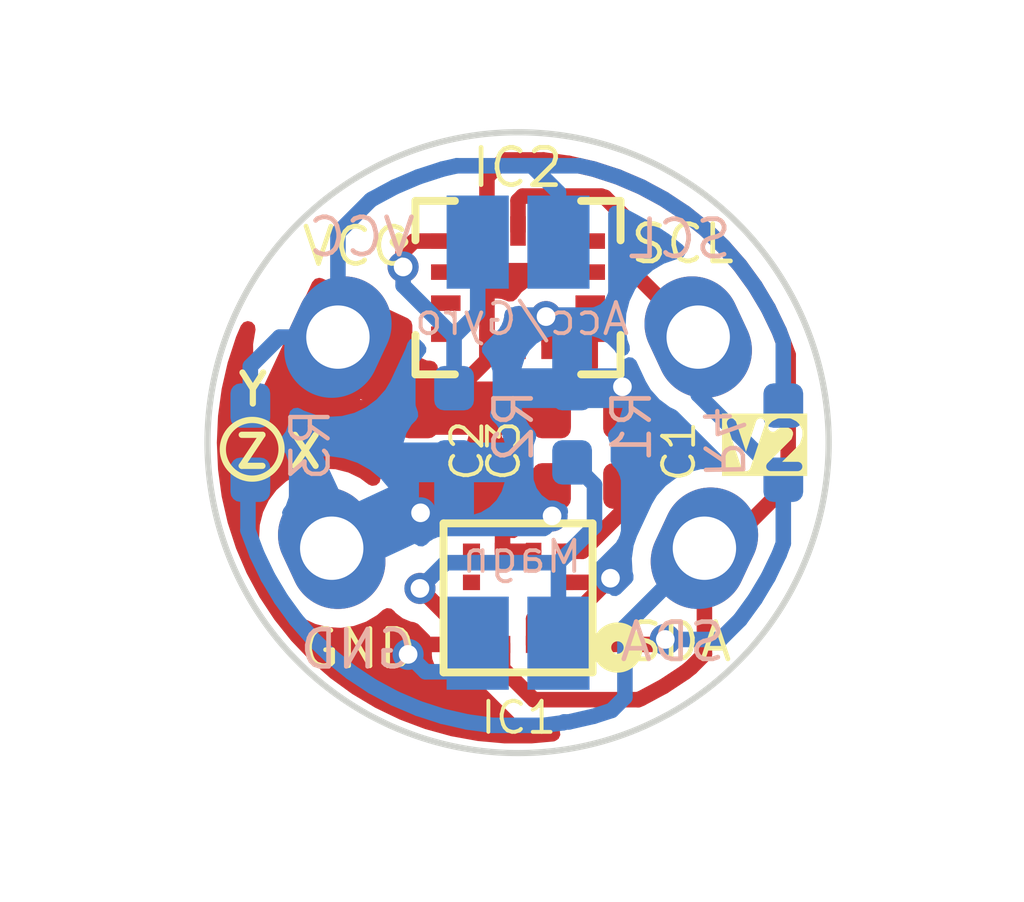
<source format=kicad_pcb>
(kicad_pcb (version 20221018) (generator pcbnew)
  (layers (0 "F.Cu" signal) (31 "B.Cu" signal) (34 "B.Paste" user) (35 "F.Paste" user) (36 "B.SilkS" user "B.Silkscreen") (37 "F.SilkS" user "F.Silkscreen") (38 "B.Mask" user) (39 "F.Mask" user) (44 "Edge.Cuts" user))
  (net 0 "")
  (net 1 "+3.3V")
  (net 2 "GND")
  (net 3 "/SCL")
  (net 4 "Net-(IC1-SDO{slash}SA1)")
  (net 7 "/SDA")
  (net 8 "Net-(IC2-SDO{slash}SA0)")
  (net 9 "Net-(IC1-C1)")
  (footprint "Capacitor_SMD:C_0402_1005Metric_Pad0.74x0.62mm_HandSolder" (layer "F.Cu") (at 129.21 80.54 -90)
    (fp_text reference "C3" (at 0 0.77 90) (layer "F.SilkS") (effects (font (size 0.5 0.5) (thickness 0.0625))))
    (fp_text value "1 uF")
    (pad "1" smd roundrect (at -0.5675 0 270) (size 0.735 0.62) (layers "F.Cu" "F.Paste" "F.Mask") (net 1 "+3.3V"))
    (pad "2" smd roundrect (at 0.5675 0 270) (size 0.735 0.62) (layers "F.Cu" "F.Paste" "F.Mask") (net 2 "GND"))
  )
  (footprint "MasterThesis_library:THT_Small" (layer "F.Cu") (at 131.67 82.11 65)
    (fp_text reference "SDA1" hide)
    (fp_text value "~")
    (pad "1" thru_hole oval (at 0 0 65) (size 2 1.53) (drill 1.02) (layers "*.Cu" "*.Mask") (net 7 "/SDA"))
  )
  (footprint "MasterThesis_library:THT_Small" (layer "F.Cu") (at 131.57 78.71 115)
    (fp_text reference "SCL1" hide)
    (fp_text value "~")
    (pad "1" thru_hole oval (at 0 0 115) (size 2 1.53) (drill 1.02) (layers "*.Cu" "*.Mask") (net 3 "/SCL"))
  )
  (footprint "MasterThesis_library:LSM6DSOXTR" (layer "F.Cu") (at 128.67 77.91)
    (fp_text reference "IC2" (at -0.01 -1.93) (layer "F.SilkS") (effects (font (size 0.6 0.6) (thickness 0.075))))
    (fp_text value "LSM6DSOXTR" hide)
    (fp_text user "." (at -2.4 -0.45) (layer "F.SilkS") (effects (font (size 1.63576 1.63576) (thickness 0.14224)) (justify left bottom)))
    (fp_line (start -1.652 -1.394) (end -1.652 -0.759) (stroke (width 0.127)) (layer "F.SilkS"))
    (fp_line (start -1.652 0.765) (end -1.652 1.4) (stroke (width 0.127)) (layer "F.SilkS"))
    (fp_line (start -1.652 1.4) (end -1.017 1.4) (stroke (width 0.127)) (layer "F.SilkS"))
    (fp_line (start -1.017 -1.394) (end -1.652 -1.394) (stroke (width 0.127)) (layer "F.SilkS"))
    (fp_line (start 1.015 -1.394) (end 1.65 -1.394) (stroke (width 0.127)) (layer "F.SilkS"))
    (fp_line (start 1.015 1.4) (end 1.65 1.4) (stroke (width 0.127)) (layer "F.SilkS"))
    (fp_line (start 1.65 -1.394) (end 1.65 -0.759) (stroke (width 0.127)) (layer "F.SilkS"))
    (fp_line (start 1.65 1.4) (end 1.65 0.765) (stroke (width 0.127)) (layer "F.SilkS"))
    (pad "1" smd rect (at -1.1635 -0.747) (size 0.475 0.25) (layers "F.Cu" "F.Paste" "F.Mask") (net 8 "Net-(IC2-SDO{slash}SA0)"))
    (pad "2" smd rect (at -1.1635 -0.247) (size 0.475 0.25) (layers "F.Cu" "F.Paste" "F.Mask"))
    (pad "3" smd rect (at -1.1635 0.253) (size 0.475 0.25) (layers "F.Cu" "F.Paste" "F.Mask"))
    (pad "4" smd rect (at -1.1635 0.753) (size 0.475 0.25) (layers "F.Cu" "F.Paste" "F.Mask"))
    (pad "5" smd rect (at -0.501 0.9155 90) (size 0.475 0.25) (layers "F.Cu" "F.Paste" "F.Mask") (net 1 "+3.3V"))
    (pad "6" smd rect (at -0.001 0.9155 90) (size 0.475 0.25) (layers "F.Cu" "F.Paste" "F.Mask") (net 2 "GND"))
    (pad "7" smd rect (at 0.499 0.9155 90) (size 0.475 0.25) (layers "F.Cu" "F.Paste" "F.Mask") (net 2 "GND"))
    (pad "8" smd rect (at 1.1615 0.753 180) (size 0.475 0.25) (layers "F.Cu" "F.Paste" "F.Mask") (net 1 "+3.3V"))
    (pad "9" smd rect (at 1.1615 0.253 180) (size 0.475 0.25) (layers "F.Cu" "F.Paste" "F.Mask"))
    (pad "10" smd rect (at 1.1615 -0.247 180) (size 0.475 0.25) (layers "F.Cu" "F.Paste" "F.Mask"))
    (pad "11" smd rect (at 1.1615 -0.747 180) (size 0.475 0.25) (layers "F.Cu" "F.Paste" "F.Mask"))
    (pad "12" smd rect (at 0.499 -0.9095 270) (size 0.475 0.25) (layers "F.Cu" "F.Paste" "F.Mask") (net 1 "+3.3V"))
    (pad "13" smd rect (at -0.001 -0.9095 270) (size 0.475 0.25) (layers "F.Cu" "F.Paste" "F.Mask") (net 3 "/SCL"))
    (pad "14" smd rect (at -0.501 -0.9095 270) (size 0.475 0.25) (layers "F.Cu" "F.Paste" "F.Mask") (net 7 "/SDA"))
  )
  (footprint "Capacitor_SMD:C_0402_1005Metric_Pad0.74x0.62mm_HandSolder" (layer "F.Cu") (at 130.35 80.54 90)
    (fp_text reference "C1" (at -0.01 0.91 90) (layer "F.SilkS") (effects (font (size 0.5 0.5) (thickness 0.0625))))
    (fp_text value "100 nF")
    (pad "1" smd roundrect (at -0.5675 0 90) (size 0.735 0.62) (layers "F.Cu" "F.Paste" "F.Mask") (net 9 "Net-(IC1-C1)"))
    (pad "2" smd roundrect (at 0.5675 0 90) (size 0.735 0.62) (layers "F.Cu" "F.Paste" "F.Mask") (net 2 "GND"))
  )
  (footprint "MasterThesis_library:THT_Small" (layer "F.Cu") (at 125.67 82.11 115)
    (fp_text reference "GND1" hide)
    (fp_text value "~")
    (pad "1" thru_hole oval locked (at 0 0 115) (size 2 1.53) (drill 1.02) (layers "*.Cu" "*.Mask") (net 2 "GND"))
  )
  (footprint "MasterThesis_library:LIS3MDLTR" (layer "F.Cu") (at 128.67 82.91 180)
    (fp_text reference "IC1" (at -0.01 -1.93) (layer "F.SilkS") (effects (font (size 0.5 0.5) (thickness 0.0625))))
    (fp_text value "LIS3MDLTR")
    (fp_line (start -1.2 -1.2) (end 1.2 -1.2) (stroke (width 0.127)) (layer "F.SilkS"))
    (fp_line (start -1.2 1.2) (end -1.2 -1.2) (stroke (width 0.127)) (layer "F.SilkS"))
    (fp_line (start 1.2 -1.2) (end 1.2 1.2) (stroke (width 0.127)) (layer "F.SilkS"))
    (fp_line (start 1.2 1.2) (end -1.2 1.2) (stroke (width 0.127)) (layer "F.SilkS"))
    (fp_circle (center -1.6 -0.8) (end -1.5 -0.8) (stroke (width 0.3048)) (fill none) (layer "F.SilkS"))
    (pad "1" smd rect (at -0.75 -0.75 180) (size 0.275 0.25) (layers "F.Cu" "F.Paste" "F.Mask") (net 3 "/SCL"))
    (pad "2" smd rect (at -0.75 -0.25 180) (size 0.275 0.25) (layers "F.Cu" "F.Paste" "F.Mask") (net 2 "GND"))
    (pad "3" smd rect (at -0.75 0.25 180) (size 0.275 0.25) (layers "F.Cu" "F.Paste" "F.Mask") (net 2 "GND"))
    (pad "4" smd rect (at -0.75 0.75 180) (size 0.275 0.25) (layers "F.Cu" "F.Paste" "F.Mask") (net 9 "Net-(IC1-C1)"))
    (pad "5" smd rect (at -0.25 0.75 270) (size 0.275 0.25) (layers "F.Cu" "F.Paste" "F.Mask") (net 1 "+3.3V"))
    (pad "6" smd rect (at 0.25 0.75 270) (size 0.275 0.25) (layers "F.Cu" "F.Paste" "F.Mask") (net 1 "+3.3V"))
    (pad "7" smd rect (at 0.75 0.75) (size 0.275 0.25) (layers "F.Cu" "F.Paste" "F.Mask"))
    (pad "8" smd rect (at 0.75 0.25) (size 0.275 0.25) (layers "F.Cu" "F.Paste" "F.Mask"))
    (pad "9" smd rect (at 0.75 -0.25) (size 0.275 0.25) (layers "F.Cu" "F.Paste" "F.Mask") (net 4 "Net-(IC1-SDO{slash}SA1)"))
    (pad "10" smd rect (at 0.75 -0.75) (size 0.275 0.25) (layers "F.Cu" "F.Paste" "F.Mask") (net 1 "+3.3V"))
    (pad "11" smd rect (at 0.25 -0.75 90) (size 0.275 0.25) (layers "F.Cu" "F.Paste" "F.Mask") (net 7 "/SDA"))
    (pad "12" smd rect (at -0.25 -0.75 90) (size 0.275 0.25) (layers "F.Cu" "F.Paste" "F.Mask") (net 2 "GND"))
  )
  (footprint "MasterThesis_library:THT_Small" (layer "F.Cu") (at 125.77 78.71 65)
    (fp_text reference "3.3V1" hide)
    (fp_text value "~")
    (pad "1" thru_hole oval (at 0 0 65) (size 2 1.53) (drill 1.02) (layers "*.Cu" "*.Mask") (net 1 "+3.3V"))
  )
  (footprint "Capacitor_SMD:C_0402_1005Metric_Pad0.74x0.62mm_HandSolder" (layer "F.Cu") (at 127.07 80.54 -90)
    (fp_text reference "C2" (at 0 -0.78 90) (layer "F.SilkS") (effects (font (size 0.5 0.5) (thickness 0.0625))))
    (fp_text value "100 nF")
    (pad "1" smd roundrect (at -0.5675 0 270) (size 0.735 0.62) (layers "F.Cu" "F.Paste" "F.Mask") (net 1 "+3.3V"))
    (pad "2" smd roundrect (at 0.5675 0 270) (size 0.735 0.62) (layers "F.Cu" "F.Paste" "F.Mask") (net 2 "GND"))
  )
  (footprint "Jumper:SolderJumper-2_P1.3mm_Open_Pad1.0x1.5mm" (layer "B.Cu") (at 128.67 77.18 180)
    (fp_text reference "JP2" hide)
    (fp_text value "Jumper_2_Open")
    (pad "1" smd rect locked (at -0.65 0 180) (size 1 1.5) (layers "B.Cu" "B.Mask") (net 1 "+3.3V"))
    (pad "2" smd rect locked (at 0.65 0 180) (size 1 1.5) (layers "B.Cu" "B.Mask") (net 8 "Net-(IC2-SDO{slash}SA0)"))
  )
  (footprint "Resistor_SMD:R_0402_1005Metric_Pad0.72x0.64mm_HandSolder" (layer "B.Cu") (at 129.54 80.13 90)
    (fp_text reference "R1" (at -0.01 0.96 270) (layer "B.SilkS") (effects (font (size 0.6 0.6) (thickness 0.075)) (justify mirror)))
    (fp_text value "10k")
    (pad "1" smd roundrect locked (at -0.5975 0 90) (size 0.715 0.64) (layers "B.Cu" "B.Paste" "B.Mask") (net 4 "Net-(IC1-SDO{slash}SA1)"))
    (pad "2" smd roundrect locked (at 0.5975 0 90) (size 0.715 0.64) (layers "B.Cu" "B.Paste" "B.Mask") (net 2 "GND"))
  )
  (footprint "Jumper:SolderJumper-2_P1.3mm_Open_Pad1.0x1.5mm" (layer "B.Cu") (at 128.67 83.64)
    (fp_text reference "JP1" hide)
    (fp_text value "Jumper_2_Open")
    (pad "1" smd rect (at -0.65 0) (size 1 1.5) (layers "B.Cu" "B.Mask") (net 1 "+3.3V"))
    (pad "2" smd rect (at 0.65 0) (size 1 1.5) (layers "B.Cu" "B.Mask") (net 4 "Net-(IC1-SDO{slash}SA1)"))
  )
  (footprint "Resistor_SMD:R_0402_1005Metric_Pad0.72x0.64mm_HandSolder" (layer "B.Cu") (at 132.94 80.41 -90)
    (fp_text reference "R4" (at -0.01 0.98 91) (layer "B.SilkS") (effects (font (size 0.6 0.6) (thickness 0.07)) (justify mirror)))
    (fp_text value "1.9k")
    (pad "1" smd roundrect (at -0.5975 0 270) (size 0.715 0.64) (layers "B.Cu" "B.Paste" "B.Mask") (net 1 "+3.3V"))
    (pad "2" smd roundrect (at 0.5975 0 270) (size 0.715 0.64) (layers "B.Cu" "B.Paste" "B.Mask") (net 3 "/SCL"))
  )
  (footprint "Resistor_SMD:R_0402_1005Metric_Pad0.72x0.64mm_HandSolder" (layer "B.Cu") (at 127.64 80.13 -90)
    (fp_text reference "R2" (at 0.01 -0.96 -90) (layer "B.SilkS") (effects (font (size 0.6 0.6) (thickness 0.075)) (justify mirror)))
    (fp_text value "10k")
    (pad "1" smd roundrect locked (at -0.5975 0 270) (size 0.715 0.64) (layers "B.Cu" "B.Paste" "B.Mask") (net 8 "Net-(IC2-SDO{slash}SA0)"))
    (pad "2" smd roundrect locked (at 0.5975 0 270) (size 0.715 0.64) (layers "B.Cu" "B.Paste" "B.Mask") (net 2 "GND"))
  )
  (footprint "Resistor_SMD:R_0402_1005Metric_Pad0.72x0.64mm_HandSolder" (layer "B.Cu") (at 124.36 80.41 -90)
    (fp_text reference "R3" (at 0.03 -0.97 90) (layer "B.SilkS") (effects (font (size 0.6 0.6) (thickness 0.07)) (justify mirror)))
    (fp_text value "1.9k")
    (pad "1" smd roundrect (at -0.5975 0 270) (size 0.715 0.64) (layers "B.Cu" "B.Paste" "B.Mask") (net 1 "+3.3V"))
    (pad "2" smd roundrect (at 0.5975 0 270) (size 0.715 0.64) (layers "B.Cu" "B.Paste" "B.Mask") (net 7 "/SDA"))
  )
  (gr_circle (center 124.39 80.5165) (end 124.86 80.4665) (stroke (width 0.1)) (fill none) (layer "F.SilkS"))
  (gr_circle locked (center 128.67 80.41) (end 133.67 80.41) (stroke (width 0.1)) (fill none) (layer "Edge.Cuts"))
  (gr_text "GND" (at 127.04 84.09) (layer "B.SilkS") (effects (font (size 0.6 0.6) (thickness 0.075)) (justify left bottom mirror)))
  (gr_text "SDA" (at 132.05 83.97) (layer "B.SilkS") (effects (font (size 0.6 0.6) (thickness 0.075)) (justify left bottom mirror)))
  (gr_text "Acc/Gyro" (at 130.5 78.71) (layer "B.SilkS") (effects (font (size 0.5 0.5) (thickness 0.0625)) (justify left bottom mirror)))
  (gr_text "Magn" (at 129.734286 82.54) (layer "B.SilkS") (effects (font (size 0.5 0.5) (thickness 0.0625)) (justify left bottom mirror)))
  (gr_text "SCL" (at 132.15 77.48) (layer "B.SilkS") (effects (font (size 0.6 0.6) (thickness 0.075)) (justify left bottom mirror)))
  (gr_text "VCC" (at 127.06 77.45) (layer "B.SilkS") (effects (font (size 0.6 0.6) (thickness 0.075)) (justify left bottom mirror)))
  (gr_text "GND" (at 125.15 84.08) (layer "F.SilkS") (effects (font (size 0.6 0.6) (thickness 0.075)) (justify left bottom)))
  (gr_text "X" (at 124.94 80.85) (layer "F.SilkS") (effects (font (size 0.5 0.5) (thickness 0.1)) (justify left bottom)))
  (gr_text "VCC" (at 125.15 77.6) (layer "F.SilkS") (effects (font (size 0.6 0.6) (thickness 0.075)) (justify left bottom)))
  (gr_text "SDA" (at 130.37 83.97) (layer "F.SilkS") (effects (font (size 0.6 0.6) (thickness 0.075)) (justify left bottom)))
  (gr_text "Z" (at 124.084286 80.85) (layer "F.SilkS") (effects (font (size 0.5 0.5) (thickness 0.1)) (justify left bottom)))
  (gr_text "SCL" (at 130.44 77.56) (layer "F.SilkS") (effects (font (size 0.6 0.6) (thickness 0.075)) (justify left bottom)))
  (gr_text "V2" (at 131.94 80.88725) (layer "F.SilkS" knockout) (effects (font (size 0.7 0.7)) (justify left bottom)))
  (gr_text "Y" (at 124.12 79.8465) (layer "F.SilkS") (effects (font (size 0.5 0.5) (thickness 0.1)) (justify left bottom)))
  (segment (start 126.1375 79.9725) (end 125.95 80.16) (width 0.5) (layer "F.Cu") (net 1))
  (segment (start 128.169 79.081) (end 128.169 78.8255) (width 0.25) (layer "F.Cu") (net 1))
  (segment (start 129.042 77.64) (end 128.36 77.64) (width 0.25) (layer "F.Cu") (net 1))
  (segment (start 129.169 77.513) (end 129.042 77.64) (width 0.25) (layer "F.Cu") (net 1))
  (segment (start 127.06 83.66) (end 126.9 83.82) (width 0.25) (layer "F.Cu") (net 1))
  (segment (start 127.07 79.9725) (end 126.1375 79.9725) (width 0.5) (layer "F.Cu") (net 1))
  (segment (start 127.7 79.55) (end 128.169 79.081) (width 0.25) (layer "F.Cu") (net 1))
  (segment (start 128.36 77.64) (end 128.169 77.831) (width 0.25) (layer "F.Cu") (net 1))
  (segment (start 128.425 80.515) (end 127.8825 79.9725) (width 0.25) (layer "F.Cu") (net 1))
  (segment (start 129.8315 78.663) (end 129.8315 79.1755) (width 0.25) (layer "F.Cu") (net 1))
  (segment (start 127.8825 79.9725) (end 127.07 79.9725) (width 0.25) (layer "F.Cu") (net 1))
  (segment (start 126.61 79.55) (end 125.77 78.71) (width 0.25) (layer "F.Cu") (net 1))
  (segment (start 128.545 82.16) (end 128.92 82.16) (width 0.25) (layer "F.Cu") (net 1))
  (segment (start 128.425 80.515) (end 128.42 80.52) (width 0.25) (layer "F.Cu") (net 1))
  (segment (start 128.169 77.831) (end 128.169 78.8255) (width 0.25) (layer "F.Cu") (net 1))
  (segment (start 128.42 80.52) (end 128.42 82.16) (width 0.25) (layer "F.Cu") (net 1))
  (segment (start 128.425 80.515) (end 128.9675 79.9725) (width 0.25) (layer "F.Cu") (net 1))
  (segment (start 129.8315 79.1755) (end 129.457 79.55) (width 0.25) (layer "F.Cu") (net 1))
  (segment (start 129.169 77.0005) (end 129.169 77.513) (width 0.25) (layer "F.Cu") (net 1))
  (segment (start 128.9675 79.9725) (end 129.21 79.9725) (width 0.25) (layer "F.Cu") (net 1))
  (segment (start 129.457 79.55) (end 126.61 79.55) (width 0.25) (layer "F.Cu") (net 1))
  (segment (start 127.92 83.66) (end 127.06 83.66) (width 0.25) (layer "F.Cu") (net 1))
  (via (at 126.9 83.82) (size 0.5) (drill 0.3) (layers "F.Cu" "B.Cu") (net 1))
  (segment (start 125.77 77.03) (end 125.77 78.71) (width 0.25) (layer "B.Cu") (net 1))
  (segment (start 127.684458 75.95) (end 127.453662 76.002678) (width 0.25) (layer "B.Cu") (net 1))
  (segment (start 129.32 77.18) (end 129.32 76.38) (width 0.25) (layer "B.Cu") (net 1))
  (segment (start 128.02 83.64) (end 127.56 84.1) (width 0.25) (layer "B.Cu") (net 1))
  (segment (start 131.974684 77.250405) (end 131.678151 76.966891) (width 0.25) (layer "B.Cu") (net 1))
  (segment (start 129.886338 76.002678) (end 129.655542 75.95) (width 0.25) (layer "B.Cu") (net 1))
  (segment (start 132.94 79.8125) (end 132.94 78.788484) (width 0.25) (layer "B.Cu") (net 1))
  (segment (start 131.015016 76.485096) (end 130.653754 76.290692) (width 0.25) (layer "B.Cu") (net 1))
  (segment (start 131.35741 76.711108) (end 131.015016 76.485096) (width 0.25) (layer "B.Cu") (net 1))
  (segment (start 126.324984 76.485096) (end 126.295329 76.504671) (width 0.25) (layer "B.Cu") (net 1))
  (segment (start 128.89 75.95) (end 127.684458 75.95) (width 0.25) (layer "B.Cu") (net 1))
  (segment (start 132.696158 78.243431) (end 132.485741 77.891251) (width 0.25) (layer "B.Cu") (net 1))
  (segment (start 126.295329 76.504671) (end 125.77 77.03) (width 0.25) (layer "B.Cu") (net 1))
  (segment (start 127.56 84.1) (end 127.18 84.1) (width 0.25) (layer "B.Cu") (net 1))
  (segment (start 132.94 78.788484) (end 132.874162 78.613059) (width 0.25) (layer "B.Cu") (net 1))
  (segment (start 129.32 76.38) (end 128.89 75.95) (width 0.25) (layer "B.Cu") (net 1))
  (segment (start 126.686246 76.290692) (end 126.324984 76.485096) (width 0.25) (layer "B.Cu") (net 1))
  (segment (start 127.453662 76.002678) (end 127.063479 76.129455) (width 0.25) (layer "B.Cu") (net 1))
  (segment (start 124.36 79.8125) (end 124.36 79.18) (width 0.25) (layer "B.Cu") (net 1))
  (segment (start 130.653754 76.290692) (end 130.276521 76.129455) (width 0.25) (layer "B.Cu") (net 1))
  (segment (start 127.18 84.1) (end 126.9 83.82) (width 0.25) (layer "B.Cu") (net 1))
  (segment (start 124.36 79.18) (end 124.83 78.71) (width 0.25) (layer "B.Cu") (net 1))
  (segment (start 130.276521 76.129455) (end 129.886338 76.002678) (width 0.25) (layer "B.Cu") (net 1))
  (segment (start 124.83 78.71) (end 125.77 78.71) (width 0.25) (layer "B.Cu") (net 1))
  (segment (start 127.063479 76.129455) (end 126.686246 76.290692) (width 0.25) (layer "B.Cu") (net 1))
  (segment (start 129.655542 75.95) (end 128.89 75.95) (width 0.25) (layer "B.Cu") (net 1))
  (segment (start 131.678151 76.966891) (end 131.35741 76.711108) (width 0.25) (layer "B.Cu") (net 1))
  (segment (start 132.244599 77.559347) (end 131.974684 77.250405) (width 0.25) (layer "B.Cu") (net 1))
  (segment (start 132.485741 77.891251) (end 132.244599 77.559347) (width 0.25) (layer "B.Cu") (net 1))
  (segment (start 132.874162 78.613059) (end 132.696158 78.243431) (width 0.25) (layer "B.Cu") (net 1))
  (segment (start 128.92 83.66) (end 128.92 83.2475) (width 0.25) (layer "F.Cu") (net 2))
  (segment (start 130.157963 82.593634) (end 130.091597 82.66) (width 0.25) (layer "F.Cu") (net 2))
  (segment (start 129.0075 83.16) (end 129.42 83.16) (width 0.25) (layer "F.Cu") (net 2))
  (segment (start 130.157963 82.593634) (end 129.591597 83.16) (width 0.25) (layer "F.Cu") (net 2))
  (segment (start 129.12 78.379502) (end 129.169 78.428502) (width 0.25) (layer "F.Cu") (net 2))
  (segment (start 129.114998 78.379502) (end 128.669 78.8255) (width 0.25) (layer "F.Cu") (net 2))
  (segment (start 129.591597 83.16) (end 129.42 83.16) (width 0.25) (layer "F.Cu") (net 2))
  (segment (start 130.091597 82.66) (end 129.42 82.66) (width 0.25) (layer "F.Cu") (net 2))
  (segment (start 129.12 78.379502) (end 129.114998 78.379502) (width 0.25) (layer "F.Cu") (net 2))
  (segment (start 128.92 83.2475) (end 129.0075 83.16) (width 0.25) (layer "F.Cu") (net 2))
  (segment (start 129.169 78.428502) (end 129.169 78.8255) (width 0.25) (layer "F.Cu") (net 2))
  (via (at 127.1 81.54) (size 0.5) (drill 0.3) (layers "F.Cu" "B.Cu") (net 2))
  (via (at 130.157963 82.593634) (size 0.5) (drill 0.3) (layers "F.Cu" "B.Cu") (net 2))
  (via (at 130.35 79.51) (size 0.5) (drill 0.3) (layers "F.Cu" "B.Cu") (net 2))
  (via (at 129.12 78.379502) (size 0.5) (drill 0.3) (layers "F.Cu" "B.Cu") (net 2))
  (via (at 129.217563 81.590214) (size 0.5) (drill 0.3) (layers "F.Cu" "B.Cu") (net 2))
  (segment (start 130.96 83.66) (end 131.04 83.58) (width 0.25) (layer "F.Cu") (net 3))
  (segment (start 130.545 77.685) (end 131.57 78.71) (width 0.25) (layer "F.Cu") (net 3))
  (segment (start 128.669 77.0005) (end 128.669 76.513) (width 0.25) (layer "F.Cu") (net 3))
  (segment (start 130.545 76.935) (end 130.545 77.685) (width 0.25) (layer "F.Cu") (net 3))
  (segment (start 128.744 76.438) (end 130.006125 76.438) (width 0.25) (layer "F.Cu") (net 3))
  (segment (start 130.068154 76.458154) (end 130.545 76.935) (width 0.25) (layer "F.Cu") (net 3))
  (segment (start 128.669 76.513) (end 128.744 76.438) (width 0.25) (layer "F.Cu") (net 3))
  (segment (start 129.42 83.66) (end 130.96 83.66) (width 0.25) (layer "F.Cu") (net 3))
  (segment (start 130.006125 76.438) (end 130.068154 76.458154) (width 0.25) (layer "F.Cu") (net 3))
  (via (at 131.04 83.58) (size 0.5) (drill 0.3) (layers "F.Cu" "B.Cu") (net 3))
  (segment (start 132.874162 82.206941) (end 132.696158 82.576569) (width 0.25) (layer "B.Cu") (net 3))
  (segment (start 131.925252 83.58) (end 131.04 83.58) (width 0.25) (layer "B.Cu") (net 3))
  (segment (start 132.94 81.0075) (end 132.94 82.031516) (width 0.25) (layer "B.Cu") (net 3))
  (segment (start 131.57 79.6375) (end 132.94 81.0075) (width 0.25) (layer "B.Cu") (net 3))
  (segment (start 131.57 78.71) (end 131.57 79.6375) (width 0.25) (layer "B.Cu") (net 3))
  (segment (start 132.244599 83.260653) (end 131.925252 83.58) (width 0.25) (layer "B.Cu") (net 3))
  (segment (start 132.696158 82.576569) (end 132.485741 82.928749) (width 0.25) (layer "B.Cu") (net 3))
  (segment (start 132.485741 82.928749) (end 132.244599 83.260653) (width 0.25) (layer "B.Cu") (net 3))
  (segment (start 132.94 82.031516) (end 132.874162 82.206941) (width 0.25) (layer "B.Cu") (net 3))
  (segment (start 127.492568 83.16) (end 127.92 83.16) (width 0.25) (layer "F.Cu") (net 4))
  (segment (start 127.090376 82.757808) (end 127.492568 83.16) (width 0.25) (layer "F.Cu") (net 4))
  (via (at 127.090376 82.757808) (size 0.5) (drill 0.3) (layers "F.Cu" "B.Cu") (net 4))
  (segment (start 129.32 82.343377) (end 129.9 81.763377) (width 0.25) (layer "B.Cu") (net 4))
  (segment (start 129.32 83.64) (end 129.32 82.343377) (width 0.25) (layer "B.Cu") (net 4))
  (segment (start 129.9 81.763377) (end 129.9 81.0875) (width 0.25) (layer "B.Cu") (net 4))
  (segment (start 129.32 82.343377) (end 127.504807 82.343377) (width 0.25) (layer "B.Cu") (net 4))
  (segment (start 127.504807 82.343377) (end 127.090376 82.757808) (width 0.25) (layer "B.Cu") (net 4))
  (segment (start 129.9 81.0875) (end 129.54 80.7275) (width 0.25) (layer "B.Cu") (net 4))
  (segment (start 131.015016 84.334904) (end 131.35741 84.108892) (width 0.25) (layer "F.Cu") (net 7))
  (segment (start 129.886338 76.002678) (end 130.276521 76.129455) (width 0.25) (layer "F.Cu") (net 7))
  (segment (start 130.653754 84.529308) (end 131.015016 84.334904) (width 0.25) (layer "F.Cu") (net 7))
  (segment (start 128.169 77.0005) (end 128.169 76.131) (width 0.25) (layer "F.Cu") (net 7))
  (segment (start 132.244599 77.559347) (end 132.485741 77.891251) (width 0.25) (layer "F.Cu") (net 7))
  (segment (start 131.35741 76.711108) (end 131.678151 76.966891) (width 0.25) (layer "F.Cu") (net 7))
  (segment (start 132.874162 78.613059) (end 133.018312 78.997146) (width 0.25) (layer "F.Cu") (net 7))
  (segment (start 130.653754 76.290692) (end 131.015016 76.485096) (width 0.25) (layer "F.Cu") (net 7))
  (segment (start 128.42 83.66) (end 128.42 84.0475) (width 0.25) (layer "F.Cu") (net 7))
  (segment (start 132.485741 77.891251) (end 132.696158 78.243431) (width 0.25) (layer "F.Cu") (net 7))
  (segment (start 129.486372 75.911388) (end 129.886338 76.002678) (width 0.25) (layer "F.Cu") (net 7))
  (segment (start 128.44368 75.85632) (end 129.079843 75.85632) (width 0.25) (layer "F.Cu") (net 7))
  (segment (start 133.018312 78.997146) (end 133.018312 81.073985) (width 0.25) (layer "F.Cu") (net 7))
  (segment (start 128.9225 84.55) (end 130.605343 84.55) (width 0.25) (layer "F.Cu") (net 7))
  (segment (start 132.696158 78.243431) (end 132.874162 78.613059) (width 0.25) (layer "F.Cu") (net 7))
  (segment (start 128.42 84.0475) (end 128.9225 84.55) (width 0.25) (layer "F.Cu") (net 7))
  (segment (start 131.015016 76.485096) (end 131.35741 76.711108) (width 0.25) (layer "F.Cu") (net 7))
  (segment (start 131.452697 84.032903) (end 131.67 83.8156) (width 0.25) (layer "F.Cu") (net 7))
  (segment (start 131.67 83.8156) (end 131.67 82.11) (width 0.25) (layer "F.Cu") (net 7))
  (segment (start 133.018312 81.073985) (end 131.982297 82.11) (width 0.25) (layer "F.Cu") (net 7))
  (segment (start 130.276521 76.129455) (end 130.653754 76.290692) (width 0.25) (layer "F.Cu") (net 7))
  (segment (start 131.35741 84.108892) (end 131.452697 84.032903) (width 0.25) (layer "F.Cu") (net 7))
  (segment (start 130.605343 84.55) (end 130.653754 84.529308) (width 0.25) (layer "F.Cu") (net 7))
  (segment (start 128.169 76.131) (end 128.44368 75.85632) (width 0.25) (layer "F.Cu") (net 7))
  (segment (start 131.974684 77.250405) (end 132.244599 77.559347) (width 0.25) (layer "F.Cu") (net 7))
  (segment (start 129.079843 75.85632) (end 129.486372 75.911388) (width 0.25) (layer "F.Cu") (net 7))
  (segment (start 131.678151 76.966891) (end 131.974684 77.250405) (width 0.25) (layer "F.Cu") (net 7))
  (segment (start 131.982297 82.11) (end 131.67 82.11) (width 0.25) (layer "F.Cu") (net 7))
  (segment (start 127.853628 84.908612) (end 127.453662 84.817322) (width 0.25) (layer "B.Cu") (net 7))
  (segment (start 125.095401 83.260653) (end 124.854259 82.928749) (width 0.25) (layer "B.Cu") (net 7))
  (segment (start 131.67 82.11) (end 131.6544 82.11) (width 0.25) (layer "B.Cu") (net 7))
  (segment (start 124.465838 82.206941) (end 124.321688 81.822854) (width 0.25) (layer "B.Cu") (net 7))
  (segment (start 131.6544 82.11) (end 130.39 83.3744) (width 0.25) (layer "B.Cu") (net 7))
  (segment (start 125.365316 83.569595) (end 125.095401 83.260653) (width 0.25) (layer "B.Cu") (net 7))
  (segment (start 130.39 84.51) (end 130.177176 84.722824) (width 0.25) (layer "B.Cu") (net 7))
  (segment (start 127.453662 84.817322) (end 127.063479 84.690545) (width 0.25) (layer "B.Cu") (net 7))
  (segment (start 126.324984 84.334904) (end 125.98259 84.108892) (width 0.25) (layer "B.Cu") (net 7))
  (segment (start 129.886338 84.817322) (end 129.486372 84.908612) (width 0.25) (layer "B.Cu") (net 7))
  (segment (start 124.321688 81.045812) (end 124.36 81.0075) (width 0.25) (layer "B.Cu") (net 7))
  (segment (start 129.486372 84.908612) (end 129.411388 84.908612) (width 0.25) (layer "B.Cu") (net 7))
  (segment (start 124.321688 81.822854) (end 124.321688 81.045812) (width 0.25) (layer "B.Cu") (net 7))
  (segment (start 127.063479 84.690545) (end 126.686246 84.529308) (width 0.25) (layer "B.Cu") (net 7))
  (segment (start 125.98259 84.108892) (end 125.661849 83.853109) (width 0.25) (layer "B.Cu") (net 7))
  (segment (start 129.079843 84.96368) (end 128.260157 84.96368) (width 0.25) (layer "B.Cu") (net 7))
  (segment (start 125.661849 83.853109) (end 125.365316 83.569595) (width 0.25) (layer "B.Cu") (net 7))
  (segment (start 130.39 83.3744) (end 130.39 84.51) (width 0.25) (layer "B.Cu") (net 7))
  (segment (start 129.411388 84.908612) (end 129.399639 84.920361) (width 0.25) (layer "B.Cu") (net 7))
  (segment (start 129.399639 84.920361) (end 129.079843 84.96368) (width 0.25) (layer "B.Cu") (net 7))
  (segment (start 124.854259 82.928749) (end 124.643842 82.576569) (width 0.25) (layer "B.Cu") (net 7))
  (segment (start 128.260157 84.96368) (end 127.853628 84.908612) (width 0.25) (layer "B.Cu") (net 7))
  (segment (start 130.177176 84.722824) (end 129.886338 84.817322) (width 0.25) (layer "B.Cu") (net 7))
  (segment (start 124.643842 82.576569) (end 124.465838 82.206941) (width 0.25) (layer "B.Cu") (net 7))
  (segment (start 126.686246 84.529308) (end 126.324984 84.334904) (width 0.25) (layer "B.Cu") (net 7))
  (segment (start 126.819498 77.58) (end 126.819498 77.337502) (width 0.25) (layer "F.Cu") (net 8))
  (segment (start 126.994 77.163) (end 127.5065 77.163) (width 0.25) (layer "F.Cu") (net 8))
  (segment (start 126.819498 77.337502) (end 126.994 77.163) (width 0.25) (layer "F.Cu") (net 8))
  (via (at 126.819498 77.58) (size 0.5) (drill 0.3) (layers "F.Cu" "B.Cu") (net 8))
  (segment (start 128.02 78.32) (end 128.02 77.18) (width 0.25) (layer "B.Cu") (net 8))
  (segment (start 126.819498 77.58) (end 126.819498 77.879498) (width 0.25) (layer "B.Cu") (net 8))
  (segment (start 126.819498 77.879498) (end 127.64 78.7) (width 0.25) (layer "B.Cu") (net 8))
  (segment (start 127.64 79.5325) (end 127.64 78.7) (width 0.25) (layer "B.Cu") (net 8))
  (segment (start 127.64 78.7) (end 128.02 78.32) (width 0.25) (layer "B.Cu") (net 8))
  (segment (start 129.7044 82.16) (end 130.35 81.5144) (width 0.25) (layer "F.Cu") (net 9))
  (segment (start 129.42 82.16) (end 129.7044 82.16) (width 0.25) (layer "F.Cu") (net 9))
  (segment (start 130.35 81.5144) (end 130.35 81.1075) (width 0.25) (layer "F.Cu") (net 9))
  (zone (net 1) (net_name "+3.3V") (layer "F.Cu") (connect_pads (clearance 0.3)) (min_thickness 0.25) (fill yes (thermal_gap 0.5) (thermal_bridge_width 1.5))
    (polygon (pts (xy 120.43 73.39) (xy 136.8 73.39) (xy 136.81 87.43) (xy 120.42 87.43) (xy 120.4 75.06)))
  )
  (zone (net 2) (net_name "GND") (layer "B.Cu") (connect_pads (clearance 0.3)) (min_thickness 0.25) (fill yes (thermal_gap 0.5) (thermal_bridge_width 1))
    (polygon (pts (xy 136.7 73.28) (xy 120.33 73.28) (xy 120.35 87.81) (xy 136.74 87.81) (xy 136.8 75.1)))
  )
)
</source>
